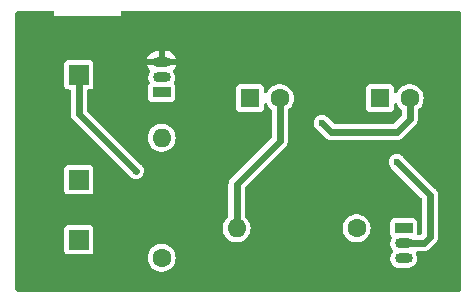
<source format=gtl>
%TF.GenerationSoftware,KiCad,Pcbnew,9.0.5*%
%TF.CreationDate,2026-01-24T20:46:11+00:00*%
%TF.ProjectId,Spectrum 48K Video Mod,53706563-7472-4756-9d20-34384b205669,1.0*%
%TF.SameCoordinates,Original*%
%TF.FileFunction,Copper,L1,Top*%
%TF.FilePolarity,Positive*%
%FSLAX46Y46*%
G04 Gerber Fmt 4.6, Leading zero omitted, Abs format (unit mm)*
G04 Created by KiCad (PCBNEW 9.0.5) date 2026-01-24 20:46:11*
%MOMM*%
%LPD*%
G01*
G04 APERTURE LIST*
%TA.AperFunction,ComponentPad*%
%ADD10R,1.600000X1.600000*%
%TD*%
%TA.AperFunction,ComponentPad*%
%ADD11C,1.600000*%
%TD*%
%TA.AperFunction,ComponentPad*%
%ADD12R,1.700000X1.700000*%
%TD*%
%TA.AperFunction,ComponentPad*%
%ADD13R,1.500000X0.900000*%
%TD*%
%TA.AperFunction,ComponentPad*%
%ADD14O,1.500000X0.900000*%
%TD*%
%TA.AperFunction,ComponentPad*%
%ADD15O,1.600000X1.600000*%
%TD*%
%TA.AperFunction,ViaPad*%
%ADD16C,0.600000*%
%TD*%
%TA.AperFunction,Conductor*%
%ADD17C,0.600000*%
%TD*%
G04 APERTURE END LIST*
D10*
%TO.P,C1,1*%
%TO.N,Net-(C1-Pad1)*%
X125000000Y-98500000D03*
D11*
%TO.P,C1,2*%
%TO.N,VIDEO_OUT*%
X127500000Y-98500000D03*
%TD*%
D10*
%TO.P,C2,1*%
%TO.N,VIDEO_IN*%
X136000000Y-98500000D03*
D11*
%TO.P,C2,2*%
%TO.N,VIDEO_OUT*%
X138500000Y-98500000D03*
%TD*%
D12*
%TO.P,P1,1*%
%TO.N,+5V*%
X110490000Y-110490000D03*
%TD*%
%TO.P,P2,1*%
%TO.N,VIDEO_IN*%
X110490000Y-105410000D03*
%TD*%
%TO.P,P3,1*%
%TO.N,VIDEO_OUT*%
X110490000Y-96520000D03*
%TD*%
D13*
%TO.P,Q1,1*%
%TO.N,Net-(C1-Pad1)*%
X117500000Y-98000000D03*
D14*
%TO.P,Q1,2*%
%TO.N,VIDEO_IN*%
X117500000Y-96730000D03*
%TO.P,Q1,3*%
%TO.N,GNDPWR*%
X117500000Y-95460000D03*
%TD*%
D13*
%TO.P,Q2,1*%
%TO.N,Net-(Q2-Pad1)*%
X138000000Y-109500000D03*
D14*
%TO.P,Q2,2*%
%TO.N,VIDEO_IN*%
X138000000Y-110770000D03*
%TO.P,Q2,3*%
%TO.N,+5V*%
X138000000Y-112040000D03*
%TD*%
D11*
%TO.P,R1,1*%
%TO.N,+5V*%
X117500000Y-112000000D03*
D15*
%TO.P,R1,2*%
%TO.N,Net-(C1-Pad1)*%
X117500000Y-101840000D03*
%TD*%
D11*
%TO.P,R2,1*%
%TO.N,Net-(Q2-Pad1)*%
X134000000Y-109500000D03*
D15*
%TO.P,R2,2*%
%TO.N,VIDEO_OUT*%
X123840000Y-109500000D03*
%TD*%
D16*
%TO.N,VIDEO_OUT*%
X115316000Y-104648000D03*
X131064000Y-100584000D03*
%TO.N,VIDEO_IN*%
X137414000Y-103886000D03*
%TD*%
D17*
%TO.N,VIDEO_OUT*%
X131064000Y-100584000D02*
X131826000Y-101346000D01*
X131826000Y-101346000D02*
X137414000Y-101346000D01*
X137414000Y-101346000D02*
X138500000Y-100260000D01*
X138500000Y-100260000D02*
X138500000Y-98500000D01*
X115316000Y-104648000D02*
X110490000Y-99822000D01*
X110490000Y-99822000D02*
X110490000Y-96520000D01*
X127500000Y-102116000D02*
X123840000Y-105776000D01*
X123840000Y-105776000D02*
X123840000Y-109500000D01*
X127500000Y-98500000D02*
X127500000Y-102116000D01*
%TO.N,VIDEO_IN*%
X139674000Y-110770000D02*
X140208000Y-110236000D01*
X140208000Y-110236000D02*
X140208000Y-106680000D01*
X140208000Y-106680000D02*
X137414000Y-103886000D01*
X138000000Y-110770000D02*
X139674000Y-110770000D01*
%TD*%
%TA.AperFunction,Conductor*%
%TO.N,GNDPWR*%
G36*
X108366621Y-91095502D02*
G01*
X108413114Y-91149158D01*
X108424500Y-91201500D01*
X108424500Y-91454469D01*
X108422587Y-91476343D01*
X108420876Y-91486048D01*
X108422586Y-91495746D01*
X108423750Y-91509059D01*
X108425249Y-91517559D01*
X108428707Y-91530468D01*
X108430418Y-91540170D01*
X108433935Y-91546262D01*
X108438452Y-91551645D01*
X108446982Y-91556570D01*
X108464972Y-91569167D01*
X108472518Y-91575499D01*
X108472519Y-91575499D01*
X108472520Y-91575500D01*
X108472521Y-91575500D01*
X108479123Y-91577903D01*
X108486047Y-91579124D01*
X108486047Y-91579123D01*
X108486048Y-91579124D01*
X108495746Y-91577413D01*
X108517625Y-91575500D01*
X113954470Y-91575500D01*
X113976350Y-91577414D01*
X113986047Y-91579124D01*
X113986047Y-91579123D01*
X113986048Y-91579124D01*
X113995746Y-91577413D01*
X114009067Y-91576248D01*
X114013310Y-91575500D01*
X114013312Y-91575500D01*
X114013313Y-91575499D01*
X114017576Y-91574748D01*
X114030473Y-91571290D01*
X114040172Y-91569581D01*
X114040173Y-91569579D01*
X114046260Y-91566064D01*
X114051641Y-91561549D01*
X114051645Y-91561548D01*
X114056569Y-91553018D01*
X114069165Y-91535028D01*
X114075500Y-91527480D01*
X114075500Y-91527479D01*
X114077902Y-91520879D01*
X114079122Y-91513955D01*
X114079124Y-91513952D01*
X114077414Y-91504253D01*
X114075500Y-91482374D01*
X114075500Y-91201500D01*
X114095502Y-91133379D01*
X114149158Y-91086886D01*
X114201500Y-91075500D01*
X142475469Y-91075500D01*
X142491743Y-91075500D01*
X142508188Y-91076578D01*
X142520804Y-91078238D01*
X142593421Y-91087798D01*
X142625193Y-91096312D01*
X142696925Y-91126025D01*
X142725410Y-91142470D01*
X142787006Y-91189734D01*
X142810264Y-91212993D01*
X142848962Y-91263425D01*
X142874563Y-91329645D01*
X142875000Y-91340129D01*
X142875000Y-114659870D01*
X142854998Y-114727991D01*
X142848962Y-114736574D01*
X142810264Y-114787006D01*
X142787006Y-114810265D01*
X142725410Y-114857529D01*
X142696925Y-114873974D01*
X142625193Y-114903687D01*
X142593420Y-114912201D01*
X142508189Y-114923422D01*
X142491743Y-114924500D01*
X105508257Y-114924500D01*
X105491811Y-114923422D01*
X105406579Y-114912201D01*
X105374806Y-114903687D01*
X105303074Y-114873974D01*
X105274589Y-114857529D01*
X105212993Y-114810265D01*
X105189734Y-114787006D01*
X105142470Y-114725410D01*
X105126025Y-114696925D01*
X105096312Y-114625193D01*
X105087798Y-114593419D01*
X105076578Y-114508187D01*
X105075500Y-114491742D01*
X105075500Y-112000000D01*
X116313438Y-112000000D01*
X116333641Y-112218031D01*
X116393562Y-112428631D01*
X116393567Y-112428645D01*
X116491161Y-112624639D01*
X116491165Y-112624644D01*
X116623122Y-112799385D01*
X116623124Y-112799387D01*
X116784931Y-112946893D01*
X116784934Y-112946895D01*
X116971097Y-113062163D01*
X116971099Y-113062163D01*
X116971104Y-113062167D01*
X117175282Y-113141266D01*
X117390518Y-113181500D01*
X117390520Y-113181500D01*
X117609480Y-113181500D01*
X117609482Y-113181500D01*
X117824718Y-113141266D01*
X118028896Y-113062167D01*
X118215063Y-112946897D01*
X118215065Y-112946894D01*
X118215068Y-112946893D01*
X118376875Y-112799387D01*
X118376877Y-112799385D01*
X118376877Y-112799384D01*
X118376880Y-112799382D01*
X118508835Y-112624644D01*
X118508836Y-112624640D01*
X118508838Y-112624639D01*
X118606432Y-112428645D01*
X118606433Y-112428641D01*
X118606436Y-112428636D01*
X118666359Y-112218030D01*
X118686562Y-112000000D01*
X118666359Y-111781970D01*
X118606436Y-111571364D01*
X118606434Y-111571360D01*
X118606432Y-111571354D01*
X118508838Y-111375360D01*
X118508834Y-111375355D01*
X118495348Y-111357497D01*
X118376880Y-111200618D01*
X118376877Y-111200614D01*
X118376875Y-111200612D01*
X118215068Y-111053106D01*
X118215065Y-111053104D01*
X118028902Y-110937836D01*
X118028897Y-110937834D01*
X118028896Y-110937833D01*
X118028891Y-110937831D01*
X117824721Y-110858735D01*
X117824722Y-110858735D01*
X117824719Y-110858734D01*
X117824718Y-110858734D01*
X117609482Y-110818500D01*
X117390518Y-110818500D01*
X117175282Y-110858734D01*
X117175277Y-110858735D01*
X116971108Y-110937831D01*
X116971097Y-110937836D01*
X116784934Y-111053104D01*
X116784931Y-111053106D01*
X116623124Y-111200612D01*
X116623122Y-111200614D01*
X116491165Y-111375355D01*
X116491161Y-111375360D01*
X116393567Y-111571354D01*
X116393562Y-111571368D01*
X116333641Y-111781968D01*
X116313438Y-112000000D01*
X105075500Y-112000000D01*
X105075500Y-111376207D01*
X109258500Y-111376207D01*
X109269304Y-111450361D01*
X109269304Y-111450363D01*
X109325223Y-111564745D01*
X109325224Y-111564747D01*
X109415252Y-111654775D01*
X109415254Y-111654776D01*
X109529639Y-111710696D01*
X109603794Y-111721500D01*
X109603800Y-111721500D01*
X111376200Y-111721500D01*
X111376206Y-111721500D01*
X111450361Y-111710696D01*
X111564746Y-111654776D01*
X111654776Y-111564746D01*
X111710696Y-111450361D01*
X111721500Y-111376206D01*
X111721500Y-109603794D01*
X111710696Y-109529639D01*
X111696206Y-109500000D01*
X122653438Y-109500000D01*
X122673641Y-109718031D01*
X122733562Y-109928631D01*
X122733567Y-109928645D01*
X122831161Y-110124639D01*
X122831165Y-110124644D01*
X122963122Y-110299385D01*
X122963124Y-110299387D01*
X123124931Y-110446893D01*
X123124934Y-110446895D01*
X123311097Y-110562163D01*
X123311099Y-110562163D01*
X123311104Y-110562167D01*
X123515282Y-110641266D01*
X123730518Y-110681500D01*
X123730520Y-110681500D01*
X123949480Y-110681500D01*
X123949482Y-110681500D01*
X124164718Y-110641266D01*
X124368896Y-110562167D01*
X124555063Y-110446897D01*
X124555065Y-110446894D01*
X124555068Y-110446893D01*
X124716875Y-110299387D01*
X124716877Y-110299385D01*
X124716877Y-110299384D01*
X124716880Y-110299382D01*
X124848835Y-110124644D01*
X124848836Y-110124640D01*
X124848838Y-110124639D01*
X124946432Y-109928645D01*
X124946433Y-109928641D01*
X124946436Y-109928636D01*
X125006359Y-109718030D01*
X125026562Y-109500000D01*
X132813438Y-109500000D01*
X132833641Y-109718031D01*
X132893562Y-109928631D01*
X132893567Y-109928645D01*
X132991161Y-110124639D01*
X132991165Y-110124644D01*
X133123122Y-110299385D01*
X133123124Y-110299387D01*
X133284931Y-110446893D01*
X133284934Y-110446895D01*
X133471097Y-110562163D01*
X133471099Y-110562163D01*
X133471104Y-110562167D01*
X133675282Y-110641266D01*
X133890518Y-110681500D01*
X133890520Y-110681500D01*
X134109480Y-110681500D01*
X134109482Y-110681500D01*
X134324718Y-110641266D01*
X134528896Y-110562167D01*
X134715063Y-110446897D01*
X134715065Y-110446894D01*
X134715068Y-110446893D01*
X134876875Y-110299387D01*
X134876877Y-110299385D01*
X134876877Y-110299384D01*
X134876880Y-110299382D01*
X135008835Y-110124644D01*
X135008836Y-110124640D01*
X135008838Y-110124639D01*
X135106432Y-109928645D01*
X135106433Y-109928641D01*
X135106436Y-109928636D01*
X135166359Y-109718030D01*
X135186562Y-109500000D01*
X135166359Y-109281970D01*
X135106436Y-109071364D01*
X135106434Y-109071360D01*
X135106432Y-109071354D01*
X135008838Y-108875360D01*
X135008834Y-108875355D01*
X134970998Y-108825252D01*
X134876880Y-108700618D01*
X134876877Y-108700614D01*
X134876875Y-108700612D01*
X134715068Y-108553106D01*
X134715065Y-108553104D01*
X134528902Y-108437836D01*
X134528897Y-108437834D01*
X134528896Y-108437833D01*
X134324721Y-108358735D01*
X134324722Y-108358735D01*
X134324719Y-108358734D01*
X134324718Y-108358734D01*
X134109482Y-108318500D01*
X133890518Y-108318500D01*
X133675282Y-108358734D01*
X133675277Y-108358735D01*
X133471108Y-108437831D01*
X133471097Y-108437836D01*
X133284934Y-108553104D01*
X133284931Y-108553106D01*
X133123124Y-108700612D01*
X133123122Y-108700614D01*
X132991165Y-108875355D01*
X132991161Y-108875360D01*
X132893567Y-109071354D01*
X132893562Y-109071368D01*
X132833641Y-109281968D01*
X132813438Y-109500000D01*
X125026562Y-109500000D01*
X125006359Y-109281970D01*
X124946436Y-109071364D01*
X124946434Y-109071360D01*
X124946432Y-109071354D01*
X124848838Y-108875360D01*
X124848834Y-108875355D01*
X124810998Y-108825252D01*
X124743013Y-108735224D01*
X124716879Y-108700616D01*
X124609443Y-108602676D01*
X124562614Y-108559986D01*
X124525748Y-108499313D01*
X124521500Y-108466872D01*
X124521500Y-106110476D01*
X124541502Y-106042355D01*
X124558400Y-106021386D01*
X126693783Y-103886002D01*
X136727495Y-103886002D01*
X136728625Y-103895313D01*
X136729314Y-103918094D01*
X136728748Y-103927452D01*
X136739266Y-103984856D01*
X136740410Y-103992373D01*
X136747444Y-104050291D01*
X136750767Y-104059054D01*
X136756887Y-104081008D01*
X136758578Y-104090234D01*
X136782526Y-104143445D01*
X136785438Y-104150475D01*
X136796067Y-104178500D01*
X136806130Y-104205035D01*
X136806133Y-104205039D01*
X136811452Y-104212745D01*
X136822652Y-104232601D01*
X136826331Y-104240775D01*
X136826503Y-104241157D01*
X136862491Y-104287093D01*
X136867000Y-104293221D01*
X136900141Y-104341234D01*
X136900142Y-104341235D01*
X136943817Y-104379928D01*
X136949358Y-104385145D01*
X139489595Y-106925382D01*
X139523621Y-106987694D01*
X139526500Y-107014477D01*
X139526500Y-109901523D01*
X139506498Y-109969644D01*
X139489595Y-109990618D01*
X139428618Y-110051595D01*
X139366306Y-110085621D01*
X139339523Y-110088500D01*
X139257500Y-110088500D01*
X139189379Y-110068498D01*
X139142886Y-110014842D01*
X139131500Y-109962500D01*
X139131500Y-109013800D01*
X139131500Y-109013794D01*
X139120696Y-108939639D01*
X139064776Y-108825254D01*
X139064775Y-108825252D01*
X138974747Y-108735224D01*
X138974745Y-108735223D01*
X138860362Y-108679304D01*
X138786207Y-108668500D01*
X138786206Y-108668500D01*
X137213794Y-108668500D01*
X137213792Y-108668500D01*
X137139638Y-108679304D01*
X137139636Y-108679304D01*
X137025254Y-108735223D01*
X137025252Y-108735224D01*
X136935224Y-108825252D01*
X136935223Y-108825254D01*
X136879304Y-108939636D01*
X136879304Y-108939638D01*
X136868500Y-109013792D01*
X136868500Y-109986207D01*
X136879304Y-110060361D01*
X136879304Y-110060363D01*
X136935223Y-110174745D01*
X136935224Y-110174747D01*
X136959192Y-110198715D01*
X136993218Y-110261027D01*
X136988153Y-110331842D01*
X136974387Y-110358518D01*
X136961029Y-110378219D01*
X136894083Y-110546238D01*
X136864824Y-110724717D01*
X136864824Y-110724718D01*
X136874614Y-110905312D01*
X136874616Y-110905320D01*
X136923000Y-111079584D01*
X137007716Y-111239376D01*
X137007718Y-111239379D01*
X137075487Y-111319162D01*
X137076863Y-111320782D01*
X137105718Y-111385651D01*
X137094923Y-111455822D01*
X137067490Y-111493819D01*
X137062528Y-111498519D01*
X137062524Y-111498524D01*
X136961030Y-111648217D01*
X136961029Y-111648219D01*
X136894083Y-111816238D01*
X136864824Y-111994717D01*
X136864824Y-111994718D01*
X136874614Y-112175312D01*
X136874616Y-112175320D01*
X136923000Y-112349584D01*
X137007718Y-112509379D01*
X137124800Y-112647220D01*
X137124804Y-112647222D01*
X137124806Y-112647225D01*
X137268789Y-112756678D01*
X137268792Y-112756680D01*
X137432935Y-112832620D01*
X137609569Y-112871500D01*
X137609573Y-112871500D01*
X138345074Y-112871500D01*
X138345082Y-112871500D01*
X138479802Y-112856848D01*
X138651197Y-112799099D01*
X138806170Y-112705855D01*
X138937475Y-112581476D01*
X139038972Y-112431778D01*
X139105916Y-112263762D01*
X139135176Y-112085282D01*
X139130552Y-112000000D01*
X139125385Y-111904687D01*
X139125383Y-111904679D01*
X139076999Y-111730415D01*
X139027219Y-111636519D01*
X139012983Y-111566965D01*
X139038611Y-111500755D01*
X139095966Y-111458911D01*
X139138542Y-111451500D01*
X139649614Y-111451500D01*
X139657220Y-111451729D01*
X139715450Y-111455252D01*
X139772890Y-111444725D01*
X139780323Y-111443594D01*
X139838291Y-111436556D01*
X139847043Y-111433236D01*
X139869015Y-111427110D01*
X139878237Y-111425421D01*
X139931460Y-111401466D01*
X139938462Y-111398565D01*
X139993035Y-111377870D01*
X140000746Y-111372546D01*
X140020612Y-111361342D01*
X140029155Y-111357498D01*
X140075119Y-111321485D01*
X140081202Y-111317011D01*
X140129237Y-111283856D01*
X140167937Y-111240171D01*
X140173122Y-111234663D01*
X140672655Y-110735129D01*
X140678183Y-110729927D01*
X140684064Y-110724717D01*
X140721856Y-110691237D01*
X140755007Y-110643208D01*
X140759505Y-110637095D01*
X140795498Y-110591155D01*
X140799342Y-110582612D01*
X140810546Y-110562746D01*
X140815870Y-110555035D01*
X140836565Y-110500462D01*
X140839470Y-110493451D01*
X140860423Y-110446897D01*
X140863421Y-110440237D01*
X140865110Y-110431015D01*
X140871237Y-110409041D01*
X140874556Y-110400290D01*
X140881594Y-110342323D01*
X140882725Y-110334890D01*
X140893252Y-110277450D01*
X140889730Y-110219220D01*
X140889500Y-110211613D01*
X140889500Y-106704385D01*
X140889730Y-106696778D01*
X140893252Y-106638550D01*
X140882727Y-106581118D01*
X140881594Y-106573675D01*
X140874556Y-106515709D01*
X140871233Y-106506947D01*
X140865110Y-106484981D01*
X140865067Y-106484745D01*
X140863421Y-106475763D01*
X140839459Y-106422523D01*
X140836560Y-106415523D01*
X140815870Y-106360966D01*
X140815870Y-106360965D01*
X140810546Y-106353253D01*
X140799344Y-106333391D01*
X140795498Y-106324845D01*
X140759501Y-106278898D01*
X140755011Y-106272797D01*
X140721856Y-106224763D01*
X140678181Y-106186070D01*
X140672640Y-106180853D01*
X137947778Y-103455991D01*
X137933177Y-103438472D01*
X137927856Y-103430763D01*
X137927853Y-103430760D01*
X137884183Y-103392071D01*
X137878654Y-103386867D01*
X137866747Y-103374960D01*
X137853478Y-103364564D01*
X137847661Y-103359716D01*
X137803979Y-103321017D01*
X137795676Y-103316659D01*
X137776533Y-103304282D01*
X137769155Y-103298502D01*
X137715942Y-103274552D01*
X137709101Y-103271221D01*
X137657441Y-103244108D01*
X137657438Y-103244107D01*
X137648330Y-103241861D01*
X137626790Y-103234428D01*
X137618238Y-103230579D01*
X137560845Y-103220061D01*
X137553406Y-103218464D01*
X137496752Y-103204500D01*
X137496749Y-103204500D01*
X137487373Y-103204500D01*
X137464663Y-103202436D01*
X137455450Y-103200748D01*
X137455449Y-103200748D01*
X137397221Y-103204270D01*
X137389614Y-103204500D01*
X137331245Y-103204500D01*
X137322144Y-103206744D01*
X137299605Y-103210174D01*
X137290255Y-103210739D01*
X137290245Y-103210741D01*
X137234540Y-103228099D01*
X137227215Y-103230142D01*
X137170558Y-103244108D01*
X137170555Y-103244109D01*
X137162255Y-103248465D01*
X137141209Y-103257182D01*
X137132259Y-103259971D01*
X137132248Y-103259976D01*
X137082316Y-103290161D01*
X137075689Y-103293899D01*
X137024018Y-103321018D01*
X137017001Y-103327234D01*
X136998652Y-103340737D01*
X136990620Y-103345593D01*
X136949356Y-103386856D01*
X136943818Y-103392069D01*
X136900145Y-103430761D01*
X136900140Y-103430767D01*
X136894818Y-103438477D01*
X136880227Y-103455985D01*
X136873595Y-103462616D01*
X136843404Y-103512559D01*
X136839272Y-103518949D01*
X136806130Y-103566962D01*
X136806128Y-103566967D01*
X136802803Y-103575734D01*
X136792826Y-103596226D01*
X136787977Y-103604246D01*
X136787975Y-103604251D01*
X136770609Y-103659978D01*
X136768128Y-103667168D01*
X136747444Y-103721709D01*
X136747442Y-103721717D01*
X136746312Y-103731020D01*
X136741530Y-103753296D01*
X136738739Y-103762252D01*
X136735216Y-103820502D01*
X136734527Y-103828080D01*
X136727495Y-103885995D01*
X136727495Y-103886002D01*
X126693783Y-103886002D01*
X127964655Y-102615130D01*
X127970162Y-102609945D01*
X128013856Y-102571237D01*
X128047011Y-102523202D01*
X128051485Y-102517119D01*
X128087498Y-102471155D01*
X128091342Y-102462612D01*
X128102546Y-102442746D01*
X128107870Y-102435035D01*
X128128565Y-102380462D01*
X128131470Y-102373451D01*
X128155421Y-102320237D01*
X128157110Y-102311015D01*
X128163237Y-102289041D01*
X128166556Y-102280290D01*
X128167971Y-102268636D01*
X128173594Y-102222323D01*
X128174725Y-102214890D01*
X128185252Y-102157450D01*
X128181730Y-102099220D01*
X128181500Y-102091613D01*
X128181500Y-100584002D01*
X130377495Y-100584002D01*
X130378625Y-100593313D01*
X130379314Y-100616094D01*
X130378748Y-100625452D01*
X130389266Y-100682856D01*
X130390410Y-100690373D01*
X130397444Y-100748291D01*
X130400767Y-100757054D01*
X130406887Y-100779008D01*
X130408578Y-100788234D01*
X130432526Y-100841445D01*
X130435438Y-100848475D01*
X130456130Y-100903035D01*
X130456133Y-100903039D01*
X130461452Y-100910745D01*
X130472652Y-100930601D01*
X130476502Y-100939155D01*
X130476503Y-100939157D01*
X130512491Y-100985093D01*
X130517000Y-100991221D01*
X130550141Y-101039234D01*
X130550142Y-101039235D01*
X130550143Y-101039236D01*
X130550144Y-101039237D01*
X130551703Y-101040618D01*
X130593817Y-101077928D01*
X130599358Y-101083145D01*
X131326853Y-101810640D01*
X131332070Y-101816181D01*
X131370763Y-101859856D01*
X131418797Y-101893011D01*
X131424898Y-101897501D01*
X131470845Y-101933498D01*
X131479391Y-101937344D01*
X131499253Y-101948546D01*
X131506965Y-101953870D01*
X131561535Y-101974565D01*
X131568523Y-101977459D01*
X131621763Y-102001421D01*
X131630970Y-102003108D01*
X131630981Y-102003110D01*
X131652947Y-102009233D01*
X131661709Y-102012556D01*
X131719675Y-102019594D01*
X131727118Y-102020727D01*
X131784550Y-102031252D01*
X131842779Y-102027729D01*
X131850386Y-102027500D01*
X137389614Y-102027500D01*
X137397220Y-102027729D01*
X137455450Y-102031252D01*
X137512890Y-102020725D01*
X137520323Y-102019594D01*
X137578291Y-102012556D01*
X137587043Y-102009236D01*
X137609015Y-102003110D01*
X137618237Y-102001421D01*
X137671460Y-101977466D01*
X137678462Y-101974565D01*
X137733035Y-101953870D01*
X137740746Y-101948546D01*
X137760612Y-101937342D01*
X137769155Y-101933498D01*
X137815119Y-101897485D01*
X137821202Y-101893011D01*
X137869237Y-101859856D01*
X137907945Y-101816162D01*
X137913130Y-101810655D01*
X138964655Y-100759130D01*
X138970162Y-100753945D01*
X139013856Y-100715237D01*
X139047011Y-100667202D01*
X139051485Y-100661119D01*
X139087498Y-100615155D01*
X139091342Y-100606612D01*
X139102546Y-100586746D01*
X139107870Y-100579035D01*
X139128565Y-100524462D01*
X139131470Y-100517451D01*
X139155421Y-100464237D01*
X139157110Y-100455015D01*
X139163237Y-100433041D01*
X139166556Y-100424290D01*
X139167112Y-100419709D01*
X139173594Y-100366323D01*
X139174725Y-100358890D01*
X139185252Y-100301450D01*
X139181730Y-100243220D01*
X139181500Y-100235613D01*
X139181500Y-99533128D01*
X139201502Y-99465007D01*
X139222613Y-99440014D01*
X139376880Y-99299382D01*
X139508835Y-99124644D01*
X139508836Y-99124640D01*
X139508838Y-99124639D01*
X139606432Y-98928645D01*
X139606433Y-98928641D01*
X139606436Y-98928636D01*
X139666359Y-98718030D01*
X139686562Y-98500000D01*
X139666359Y-98281970D01*
X139606436Y-98071364D01*
X139606434Y-98071360D01*
X139606432Y-98071354D01*
X139508838Y-97875360D01*
X139508834Y-97875355D01*
X139470927Y-97825158D01*
X139376880Y-97700618D01*
X139376877Y-97700614D01*
X139376875Y-97700612D01*
X139215068Y-97553106D01*
X139215065Y-97553104D01*
X139028902Y-97437836D01*
X139028897Y-97437834D01*
X139028896Y-97437833D01*
X138947260Y-97406207D01*
X138824721Y-97358735D01*
X138824722Y-97358735D01*
X138824719Y-97358734D01*
X138824718Y-97358734D01*
X138609482Y-97318500D01*
X138390518Y-97318500D01*
X138175282Y-97358734D01*
X138175277Y-97358735D01*
X137971108Y-97437831D01*
X137971097Y-97437836D01*
X137784934Y-97553104D01*
X137784931Y-97553106D01*
X137623124Y-97700612D01*
X137623122Y-97700614D01*
X137491165Y-97875355D01*
X137491164Y-97875356D01*
X137420290Y-98017690D01*
X137372021Y-98069753D01*
X137303267Y-98087455D01*
X137235856Y-98065175D01*
X137191192Y-98009988D01*
X137181500Y-97961526D01*
X137181500Y-97663800D01*
X137181500Y-97663794D01*
X137170696Y-97589639D01*
X137152834Y-97553103D01*
X137114776Y-97475254D01*
X137114775Y-97475252D01*
X137024747Y-97385224D01*
X137024745Y-97385223D01*
X136910362Y-97329304D01*
X136836207Y-97318500D01*
X136836206Y-97318500D01*
X135163794Y-97318500D01*
X135163792Y-97318500D01*
X135089638Y-97329304D01*
X135089636Y-97329304D01*
X134975254Y-97385223D01*
X134975252Y-97385224D01*
X134885224Y-97475252D01*
X134885223Y-97475254D01*
X134829304Y-97589636D01*
X134829304Y-97589638D01*
X134818500Y-97663792D01*
X134818500Y-99336207D01*
X134829304Y-99410361D01*
X134829304Y-99410363D01*
X134885223Y-99524745D01*
X134885224Y-99524747D01*
X134975252Y-99614775D01*
X134975254Y-99614776D01*
X135089639Y-99670696D01*
X135163794Y-99681500D01*
X135163800Y-99681500D01*
X136836200Y-99681500D01*
X136836206Y-99681500D01*
X136910361Y-99670696D01*
X137024746Y-99614776D01*
X137114776Y-99524746D01*
X137170696Y-99410361D01*
X137181500Y-99336206D01*
X137181500Y-99038473D01*
X137201502Y-98970352D01*
X137255158Y-98923859D01*
X137325432Y-98913755D01*
X137390012Y-98943249D01*
X137420290Y-98982310D01*
X137491161Y-99124639D01*
X137491165Y-99124644D01*
X137623120Y-99299383D01*
X137663514Y-99336206D01*
X137777385Y-99440013D01*
X137814252Y-99500687D01*
X137818500Y-99533128D01*
X137818500Y-99925523D01*
X137798498Y-99993644D01*
X137781595Y-100014618D01*
X137168618Y-100627595D01*
X137106306Y-100661621D01*
X137079523Y-100664500D01*
X132160477Y-100664500D01*
X132092356Y-100644498D01*
X132071382Y-100627595D01*
X131597778Y-100153991D01*
X131583177Y-100136472D01*
X131577856Y-100128763D01*
X131577853Y-100128760D01*
X131534183Y-100090071D01*
X131528654Y-100084867D01*
X131516747Y-100072960D01*
X131503478Y-100062564D01*
X131497661Y-100057716D01*
X131453979Y-100019017D01*
X131445676Y-100014659D01*
X131426533Y-100002282D01*
X131419155Y-99996502D01*
X131365942Y-99972552D01*
X131359101Y-99969221D01*
X131307441Y-99942108D01*
X131307438Y-99942107D01*
X131298330Y-99939861D01*
X131276790Y-99932428D01*
X131268238Y-99928579D01*
X131210845Y-99918061D01*
X131203406Y-99916464D01*
X131146752Y-99902500D01*
X131146749Y-99902500D01*
X131137373Y-99902500D01*
X131114663Y-99900436D01*
X131105450Y-99898748D01*
X131105449Y-99898748D01*
X131047221Y-99902270D01*
X131039614Y-99902500D01*
X130981245Y-99902500D01*
X130972144Y-99904744D01*
X130949605Y-99908174D01*
X130940255Y-99908739D01*
X130940245Y-99908741D01*
X130884540Y-99926099D01*
X130877215Y-99928142D01*
X130820558Y-99942108D01*
X130820555Y-99942109D01*
X130812255Y-99946465D01*
X130791209Y-99955182D01*
X130782259Y-99957971D01*
X130782248Y-99957976D01*
X130732316Y-99988161D01*
X130725689Y-99991899D01*
X130674018Y-100019018D01*
X130667001Y-100025234D01*
X130648652Y-100038737D01*
X130640620Y-100043593D01*
X130599356Y-100084856D01*
X130593818Y-100090069D01*
X130550145Y-100128761D01*
X130550140Y-100128767D01*
X130544818Y-100136477D01*
X130530227Y-100153985D01*
X130523595Y-100160616D01*
X130493404Y-100210559D01*
X130489272Y-100216949D01*
X130456130Y-100264962D01*
X130456128Y-100264967D01*
X130452803Y-100273734D01*
X130442826Y-100294226D01*
X130437977Y-100302246D01*
X130437975Y-100302251D01*
X130420609Y-100357978D01*
X130418128Y-100365168D01*
X130397444Y-100419709D01*
X130397442Y-100419717D01*
X130396312Y-100429020D01*
X130391530Y-100451296D01*
X130388739Y-100460252D01*
X130385216Y-100518502D01*
X130384527Y-100526080D01*
X130377495Y-100583995D01*
X130377495Y-100584002D01*
X128181500Y-100584002D01*
X128181500Y-99533128D01*
X128201502Y-99465007D01*
X128222613Y-99440014D01*
X128376880Y-99299382D01*
X128508835Y-99124644D01*
X128508836Y-99124640D01*
X128508838Y-99124639D01*
X128606432Y-98928645D01*
X128606433Y-98928641D01*
X128606436Y-98928636D01*
X128666359Y-98718030D01*
X128686562Y-98500000D01*
X128666359Y-98281970D01*
X128606436Y-98071364D01*
X128606434Y-98071360D01*
X128606432Y-98071354D01*
X128508838Y-97875360D01*
X128508834Y-97875355D01*
X128470927Y-97825158D01*
X128376880Y-97700618D01*
X128376877Y-97700614D01*
X128376875Y-97700612D01*
X128215068Y-97553106D01*
X128215065Y-97553104D01*
X128028902Y-97437836D01*
X128028897Y-97437834D01*
X128028896Y-97437833D01*
X127947260Y-97406207D01*
X127824721Y-97358735D01*
X127824722Y-97358735D01*
X127824719Y-97358734D01*
X127824718Y-97358734D01*
X127609482Y-97318500D01*
X127390518Y-97318500D01*
X127175282Y-97358734D01*
X127175277Y-97358735D01*
X126971108Y-97437831D01*
X126971097Y-97437836D01*
X126784934Y-97553104D01*
X126784931Y-97553106D01*
X126623124Y-97700612D01*
X126623122Y-97700614D01*
X126491165Y-97875355D01*
X126491164Y-97875356D01*
X126420290Y-98017690D01*
X126372021Y-98069753D01*
X126303267Y-98087455D01*
X126235856Y-98065175D01*
X126191192Y-98009988D01*
X126181500Y-97961526D01*
X126181500Y-97663800D01*
X126181500Y-97663794D01*
X126170696Y-97589639D01*
X126152834Y-97553103D01*
X126114776Y-97475254D01*
X126114775Y-97475252D01*
X126024747Y-97385224D01*
X126024745Y-97385223D01*
X125910362Y-97329304D01*
X125836207Y-97318500D01*
X125836206Y-97318500D01*
X124163794Y-97318500D01*
X124163792Y-97318500D01*
X124089638Y-97329304D01*
X124089636Y-97329304D01*
X123975254Y-97385223D01*
X123975252Y-97385224D01*
X123885224Y-97475252D01*
X123885223Y-97475254D01*
X123829304Y-97589636D01*
X123829304Y-97589638D01*
X123818500Y-97663792D01*
X123818500Y-99336207D01*
X123829304Y-99410361D01*
X123829304Y-99410363D01*
X123885223Y-99524745D01*
X123885224Y-99524747D01*
X123975252Y-99614775D01*
X123975254Y-99614776D01*
X124089639Y-99670696D01*
X124163794Y-99681500D01*
X124163800Y-99681500D01*
X125836200Y-99681500D01*
X125836206Y-99681500D01*
X125910361Y-99670696D01*
X126024746Y-99614776D01*
X126114776Y-99524746D01*
X126170696Y-99410361D01*
X126181500Y-99336206D01*
X126181500Y-99038473D01*
X126201502Y-98970352D01*
X126255158Y-98923859D01*
X126325432Y-98913755D01*
X126390012Y-98943249D01*
X126420290Y-98982310D01*
X126491161Y-99124639D01*
X126491165Y-99124644D01*
X126623120Y-99299383D01*
X126663514Y-99336206D01*
X126777385Y-99440013D01*
X126814252Y-99500687D01*
X126818500Y-99533128D01*
X126818500Y-101781522D01*
X126798498Y-101849643D01*
X126781595Y-101870617D01*
X123375357Y-105276854D01*
X123369817Y-105282070D01*
X123326145Y-105320761D01*
X123293005Y-105368772D01*
X123288497Y-105374899D01*
X123252502Y-105420844D01*
X123248652Y-105429398D01*
X123237456Y-105449248D01*
X123232132Y-105456961D01*
X123232130Y-105456965D01*
X123211438Y-105511522D01*
X123208528Y-105518548D01*
X123184578Y-105571764D01*
X123182886Y-105580997D01*
X123176766Y-105602948D01*
X123173445Y-105611704D01*
X123173444Y-105611709D01*
X123166410Y-105669626D01*
X123165266Y-105677141D01*
X123154748Y-105734548D01*
X123158270Y-105792778D01*
X123158500Y-105800385D01*
X123158500Y-108466872D01*
X123138498Y-108534993D01*
X123117386Y-108559985D01*
X123087809Y-108586949D01*
X122963120Y-108700616D01*
X122831165Y-108875355D01*
X122831161Y-108875360D01*
X122733567Y-109071354D01*
X122733562Y-109071368D01*
X122673641Y-109281968D01*
X122653438Y-109500000D01*
X111696206Y-109500000D01*
X111654776Y-109415254D01*
X111654775Y-109415252D01*
X111564747Y-109325224D01*
X111564745Y-109325223D01*
X111450362Y-109269304D01*
X111376207Y-109258500D01*
X111376206Y-109258500D01*
X109603794Y-109258500D01*
X109603792Y-109258500D01*
X109529638Y-109269304D01*
X109529636Y-109269304D01*
X109415254Y-109325223D01*
X109415252Y-109325224D01*
X109325224Y-109415252D01*
X109325223Y-109415254D01*
X109269304Y-109529636D01*
X109269304Y-109529638D01*
X109258500Y-109603792D01*
X109258500Y-111376207D01*
X105075500Y-111376207D01*
X105075500Y-106296207D01*
X109258500Y-106296207D01*
X109269304Y-106370361D01*
X109269304Y-106370363D01*
X109325223Y-106484745D01*
X109325224Y-106484747D01*
X109415252Y-106574775D01*
X109415254Y-106574776D01*
X109529639Y-106630696D01*
X109603794Y-106641500D01*
X109603800Y-106641500D01*
X111376200Y-106641500D01*
X111376206Y-106641500D01*
X111450361Y-106630696D01*
X111564746Y-106574776D01*
X111654776Y-106484746D01*
X111710696Y-106370361D01*
X111721500Y-106296206D01*
X111721500Y-104523794D01*
X111710696Y-104449639D01*
X111707825Y-104443767D01*
X111654776Y-104335254D01*
X111654775Y-104335252D01*
X111564747Y-104245224D01*
X111564745Y-104245223D01*
X111450362Y-104189304D01*
X111376207Y-104178500D01*
X111376206Y-104178500D01*
X109603794Y-104178500D01*
X109603792Y-104178500D01*
X109529638Y-104189304D01*
X109529636Y-104189304D01*
X109415254Y-104245223D01*
X109415252Y-104245224D01*
X109325224Y-104335252D01*
X109325223Y-104335254D01*
X109269304Y-104449636D01*
X109269304Y-104449638D01*
X109258500Y-104523792D01*
X109258500Y-106296207D01*
X105075500Y-106296207D01*
X105075500Y-97406207D01*
X109258500Y-97406207D01*
X109269304Y-97480361D01*
X109269304Y-97480363D01*
X109325223Y-97594745D01*
X109325224Y-97594747D01*
X109415252Y-97684775D01*
X109415254Y-97684776D01*
X109529639Y-97740696D01*
X109603794Y-97751500D01*
X109682500Y-97751500D01*
X109750621Y-97771502D01*
X109797114Y-97825158D01*
X109808500Y-97877500D01*
X109808500Y-99797613D01*
X109808270Y-99805220D01*
X109804748Y-99863450D01*
X109815266Y-99920856D01*
X109816410Y-99928373D01*
X109823444Y-99986291D01*
X109826767Y-99995054D01*
X109832887Y-100017008D01*
X109834395Y-100025234D01*
X109834579Y-100026237D01*
X109842391Y-100043594D01*
X109858526Y-100079445D01*
X109861438Y-100086475D01*
X109882130Y-100141035D01*
X109882133Y-100141039D01*
X109887452Y-100148745D01*
X109898652Y-100168601D01*
X109902502Y-100177155D01*
X109902503Y-100177157D01*
X109938491Y-100223093D01*
X109943000Y-100229221D01*
X109976141Y-100277234D01*
X109976142Y-100277235D01*
X109976143Y-100277236D01*
X109976144Y-100277237D01*
X110003475Y-100301450D01*
X110019817Y-100315928D01*
X110025358Y-100321145D01*
X114782221Y-105078008D01*
X114796821Y-105095526D01*
X114802141Y-105103234D01*
X114802142Y-105103235D01*
X114845816Y-105141927D01*
X114851343Y-105147130D01*
X114863253Y-105159040D01*
X114876505Y-105169422D01*
X114882348Y-105174293D01*
X114926016Y-105212979D01*
X114926021Y-105212983D01*
X114934323Y-105217340D01*
X114953467Y-105229718D01*
X114960845Y-105235498D01*
X115014068Y-105259451D01*
X115020873Y-105262765D01*
X115072562Y-105289893D01*
X115081661Y-105292135D01*
X115103212Y-105299572D01*
X115111763Y-105303421D01*
X115169151Y-105313937D01*
X115176584Y-105315533D01*
X115233243Y-105329499D01*
X115233250Y-105329499D01*
X115233251Y-105329500D01*
X115242627Y-105329500D01*
X115265336Y-105331563D01*
X115274550Y-105333252D01*
X115332779Y-105329729D01*
X115340386Y-105329500D01*
X115398749Y-105329500D01*
X115407839Y-105327258D01*
X115430398Y-105323824D01*
X115439747Y-105323260D01*
X115495457Y-105305899D01*
X115502765Y-105303861D01*
X115559438Y-105289893D01*
X115567732Y-105285539D01*
X115588794Y-105276814D01*
X115597750Y-105274024D01*
X115647722Y-105243814D01*
X115654293Y-105240108D01*
X115705979Y-105212983D01*
X115712989Y-105206771D01*
X115731362Y-105193253D01*
X115739381Y-105188406D01*
X115780672Y-105147114D01*
X115786183Y-105141927D01*
X115829856Y-105103237D01*
X115835176Y-105095529D01*
X115849777Y-105078009D01*
X115856406Y-105071381D01*
X115886596Y-105021438D01*
X115890707Y-105015077D01*
X115923870Y-104967035D01*
X115927192Y-104958273D01*
X115937177Y-104937766D01*
X115942024Y-104929750D01*
X115959383Y-104874040D01*
X115961863Y-104866852D01*
X115982556Y-104812291D01*
X115983685Y-104802989D01*
X115988470Y-104780699D01*
X115991260Y-104771747D01*
X115994783Y-104713483D01*
X115995466Y-104705958D01*
X116002505Y-104648000D01*
X116001374Y-104638692D01*
X116000686Y-104615903D01*
X116001252Y-104606550D01*
X115990727Y-104549118D01*
X115989594Y-104541675D01*
X115982556Y-104483709D01*
X115979233Y-104474947D01*
X115973110Y-104452981D01*
X115971421Y-104443763D01*
X115947459Y-104390523D01*
X115944560Y-104383523D01*
X115944151Y-104382445D01*
X115923870Y-104328965D01*
X115918546Y-104321253D01*
X115907344Y-104301391D01*
X115903498Y-104292845D01*
X115901336Y-104290086D01*
X115867508Y-104246908D01*
X115863011Y-104240797D01*
X115829856Y-104192763D01*
X115786181Y-104154070D01*
X115780640Y-104148853D01*
X113471787Y-101840000D01*
X116313438Y-101840000D01*
X116333641Y-102058031D01*
X116393562Y-102268631D01*
X116393567Y-102268645D01*
X116491159Y-102464634D01*
X116491165Y-102464644D01*
X116623122Y-102639385D01*
X116623124Y-102639387D01*
X116784931Y-102786893D01*
X116784934Y-102786895D01*
X116971097Y-102902163D01*
X116971099Y-102902163D01*
X116971104Y-102902167D01*
X117175282Y-102981266D01*
X117390518Y-103021500D01*
X117390520Y-103021500D01*
X117609480Y-103021500D01*
X117609482Y-103021500D01*
X117824718Y-102981266D01*
X118028896Y-102902167D01*
X118215063Y-102786897D01*
X118215065Y-102786894D01*
X118215068Y-102786893D01*
X118376875Y-102639387D01*
X118376877Y-102639385D01*
X118376877Y-102639384D01*
X118376880Y-102639382D01*
X118508835Y-102464644D01*
X118508837Y-102464639D01*
X118508841Y-102464634D01*
X118606432Y-102268645D01*
X118606433Y-102268641D01*
X118606436Y-102268636D01*
X118666359Y-102058030D01*
X118686562Y-101840000D01*
X118666359Y-101621970D01*
X118606436Y-101411364D01*
X118606434Y-101411360D01*
X118606432Y-101411354D01*
X118508838Y-101215360D01*
X118508834Y-101215355D01*
X118376877Y-101040614D01*
X118376875Y-101040612D01*
X118215068Y-100893106D01*
X118215065Y-100893104D01*
X118028902Y-100777836D01*
X118028897Y-100777834D01*
X118028896Y-100777833D01*
X117967190Y-100753928D01*
X117824721Y-100698735D01*
X117824722Y-100698735D01*
X117824719Y-100698734D01*
X117824718Y-100698734D01*
X117609482Y-100658500D01*
X117390518Y-100658500D01*
X117175282Y-100698734D01*
X117175277Y-100698735D01*
X116971108Y-100777831D01*
X116971097Y-100777836D01*
X116784934Y-100893104D01*
X116784931Y-100893106D01*
X116623124Y-101040612D01*
X116623122Y-101040614D01*
X116491165Y-101215355D01*
X116491161Y-101215360D01*
X116393567Y-101411354D01*
X116393562Y-101411368D01*
X116333641Y-101621968D01*
X116313438Y-101840000D01*
X113471787Y-101840000D01*
X111208405Y-99576618D01*
X111174379Y-99514306D01*
X111171500Y-99487523D01*
X111171500Y-97877500D01*
X111191502Y-97809379D01*
X111245158Y-97762886D01*
X111297500Y-97751500D01*
X111376200Y-97751500D01*
X111376206Y-97751500D01*
X111450361Y-97740696D01*
X111564746Y-97684776D01*
X111654776Y-97594746D01*
X111710696Y-97480361D01*
X111721500Y-97406206D01*
X111721500Y-95714000D01*
X116272479Y-95714000D01*
X116335465Y-95884070D01*
X116335466Y-95884072D01*
X116438527Y-96049418D01*
X116496048Y-96109931D01*
X116528483Y-96173086D01*
X116521625Y-96243750D01*
X116509012Y-96267449D01*
X116461030Y-96338217D01*
X116461029Y-96338219D01*
X116394083Y-96506238D01*
X116364824Y-96684717D01*
X116364824Y-96684718D01*
X116374614Y-96865312D01*
X116374616Y-96865320D01*
X116423000Y-97039584D01*
X116482596Y-97151994D01*
X116496832Y-97221548D01*
X116471204Y-97287758D01*
X116460370Y-97300107D01*
X116435222Y-97325254D01*
X116379304Y-97439636D01*
X116379304Y-97439638D01*
X116368500Y-97513792D01*
X116368500Y-98486207D01*
X116379304Y-98560361D01*
X116379304Y-98560363D01*
X116435223Y-98674745D01*
X116435224Y-98674747D01*
X116525252Y-98764775D01*
X116525254Y-98764776D01*
X116639639Y-98820696D01*
X116713794Y-98831500D01*
X116713800Y-98831500D01*
X118286200Y-98831500D01*
X118286206Y-98831500D01*
X118360361Y-98820696D01*
X118474746Y-98764776D01*
X118564776Y-98674746D01*
X118620696Y-98560361D01*
X118631500Y-98486206D01*
X118631500Y-97513794D01*
X118620696Y-97439639D01*
X118619813Y-97437833D01*
X118564776Y-97325254D01*
X118564775Y-97325252D01*
X118540807Y-97301284D01*
X118506781Y-97238972D01*
X118511846Y-97168157D01*
X118525613Y-97141480D01*
X118538972Y-97121778D01*
X118605916Y-96953762D01*
X118635176Y-96775282D01*
X118625385Y-96594685D01*
X118576999Y-96420415D01*
X118492282Y-96260621D01*
X118489501Y-96255375D01*
X118475265Y-96185821D01*
X118500893Y-96119611D01*
X118501186Y-96119231D01*
X118617194Y-95969359D01*
X118702998Y-95794436D01*
X118702999Y-95794435D01*
X118723826Y-95714000D01*
X117659651Y-95714000D01*
X117705610Y-95685543D01*
X117773201Y-95596038D01*
X117803895Y-95488160D01*
X117793546Y-95376479D01*
X117743552Y-95276078D01*
X117660666Y-95200516D01*
X117556080Y-95160000D01*
X117472198Y-95160000D01*
X117389750Y-95175412D01*
X117294390Y-95234457D01*
X117226799Y-95323962D01*
X117196105Y-95431840D01*
X117206454Y-95543521D01*
X117256448Y-95643922D01*
X117333318Y-95714000D01*
X116272479Y-95714000D01*
X111721500Y-95714000D01*
X111721500Y-95633794D01*
X111710696Y-95559639D01*
X111702816Y-95543521D01*
X111654776Y-95445254D01*
X111654775Y-95445252D01*
X111564747Y-95355224D01*
X111564745Y-95355223D01*
X111450362Y-95299304D01*
X111376207Y-95288500D01*
X111376206Y-95288500D01*
X109603794Y-95288500D01*
X109603792Y-95288500D01*
X109529638Y-95299304D01*
X109529636Y-95299304D01*
X109415254Y-95355223D01*
X109415252Y-95355224D01*
X109325224Y-95445252D01*
X109325223Y-95445254D01*
X109269304Y-95559636D01*
X109269304Y-95559638D01*
X109258500Y-95633792D01*
X109258500Y-97406207D01*
X105075500Y-97406207D01*
X105075500Y-95206000D01*
X116276174Y-95206000D01*
X117246000Y-95206000D01*
X117246000Y-94502000D01*
X117754000Y-94502000D01*
X117754000Y-95206000D01*
X118727520Y-95206000D01*
X118664534Y-95035929D01*
X118664533Y-95035927D01*
X118561471Y-94870579D01*
X118561470Y-94870578D01*
X118427228Y-94729357D01*
X118267318Y-94618056D01*
X118088267Y-94541219D01*
X117897418Y-94502000D01*
X117754000Y-94502000D01*
X117246000Y-94502000D01*
X117151409Y-94502000D01*
X117006162Y-94516770D01*
X116820258Y-94575098D01*
X116649898Y-94669654D01*
X116502071Y-94796561D01*
X116502065Y-94796567D01*
X116382805Y-94950640D01*
X116297001Y-95125563D01*
X116297000Y-95125564D01*
X116276174Y-95206000D01*
X105075500Y-95206000D01*
X105075500Y-91508257D01*
X105076578Y-91491812D01*
X105085439Y-91424500D01*
X105087799Y-91406576D01*
X105096312Y-91374806D01*
X105126025Y-91303074D01*
X105142467Y-91274593D01*
X105189738Y-91212988D01*
X105212988Y-91189738D01*
X105274593Y-91142467D01*
X105303074Y-91126025D01*
X105374806Y-91096312D01*
X105406576Y-91087799D01*
X105481982Y-91077871D01*
X105491812Y-91076578D01*
X105508257Y-91075500D01*
X105524531Y-91075500D01*
X108298500Y-91075500D01*
X108366621Y-91095502D01*
G37*
%TD.AperFunction*%
%TD*%
M02*

</source>
